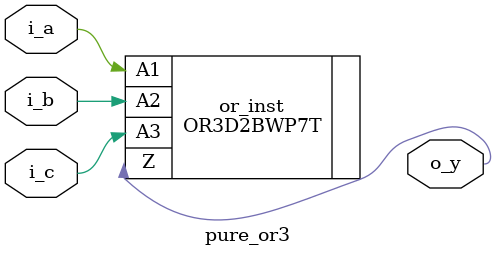
<source format=v>

`timescale 1ns/1ns

module pure_or3 #(
    parameter DOMAIN_3V0 = 0
  )(
    input  i_a,
    input  i_b,
    input  i_c,
    output o_y
  );

  OR3D2BWP7T or_inst(
    .A1 (i_a),
    .A2 (i_b),
    .A3 (i_c),
    .Z  (o_y)
  );

endmodule


</source>
